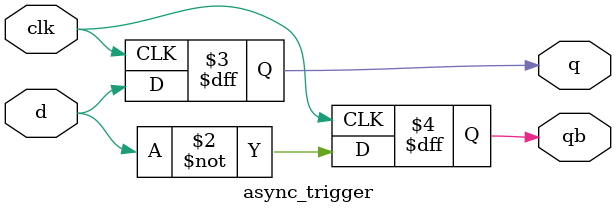
<source format=v>
module async_trigger(clk,
                     d,
                     q,
                     qb);
    input clk, d;
    output q,qb;
    reg q,qb;
    always @(posedge clk) begin
        q  <= d;
        qb <= ~d;
    end
endmodule

</source>
